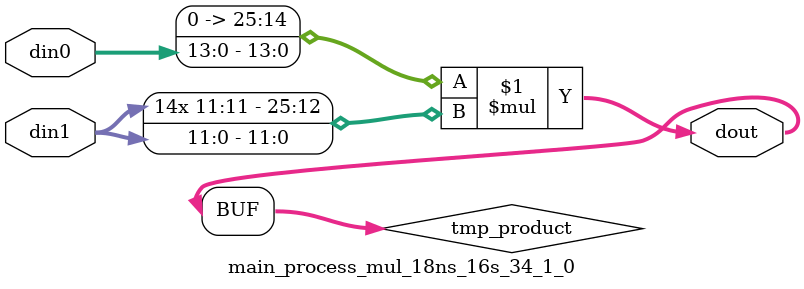
<source format=v>

`timescale 1 ns / 1 ps

  module main_process_mul_18ns_16s_34_1_0(din0, din1, dout);
parameter ID = 1;
parameter NUM_STAGE = 0;
parameter din0_WIDTH = 14;
parameter din1_WIDTH = 12;
parameter dout_WIDTH = 26;

input [din0_WIDTH - 1 : 0] din0; 
input [din1_WIDTH - 1 : 0] din1; 
output [dout_WIDTH - 1 : 0] dout;

wire signed [dout_WIDTH - 1 : 0] tmp_product;











assign tmp_product = $signed({1'b0, din0}) * $signed(din1);










assign dout = tmp_product;







endmodule

</source>
